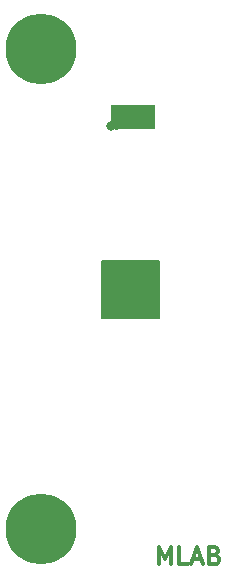
<source format=gbr>
%TF.GenerationSoftware,KiCad,Pcbnew,6.0.11+dfsg-1~bpo11+1*%
%TF.CreationDate,2023-06-15T01:02:04+00:00*%
%TF.ProjectId,PINHOLDER01,50494e48-4f4c-4444-9552-30312e6b6963,01A*%
%TF.SameCoordinates,Original*%
%TF.FileFunction,Copper,L1,Top*%
%TF.FilePolarity,Positive*%
%FSLAX46Y46*%
G04 Gerber Fmt 4.6, Leading zero omitted, Abs format (unit mm)*
G04 Created by KiCad (PCBNEW 6.0.11+dfsg-1~bpo11+1) date 2023-06-15 01:02:04*
%MOMM*%
%LPD*%
G01*
G04 APERTURE LIST*
%ADD10C,0.300000*%
%TA.AperFunction,NonConductor*%
%ADD11C,0.300000*%
%TD*%
%TA.AperFunction,ComponentPad*%
%ADD12C,6.000000*%
%TD*%
%TA.AperFunction,SMDPad,CuDef*%
%ADD13C,0.509900*%
%TD*%
%TA.AperFunction,SMDPad,CuDef*%
%ADD14R,3.800000X2.000000*%
%TD*%
%TA.AperFunction,ViaPad*%
%ADD15C,0.800000*%
%TD*%
%TA.AperFunction,Conductor*%
%ADD16C,0.400000*%
%TD*%
G04 APERTURE END LIST*
D10*
D11*
X9995168Y-43665170D02*
X9995168Y-42165170D01*
X10495168Y-43236599D01*
X10995168Y-42165170D01*
X10995168Y-43665170D01*
X12423739Y-43665170D02*
X11709453Y-43665170D01*
X11709453Y-42165170D01*
X12852310Y-43236599D02*
X13566596Y-43236599D01*
X12709453Y-43665170D02*
X13209453Y-42165170D01*
X13709453Y-43665170D01*
X14709453Y-42879456D02*
X14923739Y-42950884D01*
X14995168Y-43022313D01*
X15066596Y-43165170D01*
X15066596Y-43379456D01*
X14995168Y-43522313D01*
X14923739Y-43593741D01*
X14780882Y-43665170D01*
X14209453Y-43665170D01*
X14209453Y-42165170D01*
X14709453Y-42165170D01*
X14852310Y-42236599D01*
X14923739Y-42308027D01*
X14995168Y-42450884D01*
X14995168Y-42593741D01*
X14923739Y-42736599D01*
X14852310Y-42808027D01*
X14709453Y-42879456D01*
X14209453Y-42879456D01*
D12*
%TO.P,M3,1*%
%TO.N,GND*%
X0Y0D03*
%TD*%
%TO.P,M4,1*%
%TO.N,GND*%
X0Y-40640000D03*
%TD*%
D13*
%TO.P,TP1,1,1*%
%TO.N,/circle_0*%
X6574821Y-20408854D03*
%TD*%
D14*
%TO.P,TP2,1,1*%
%TO.N,Net-(J1-Pad3)*%
X7824821Y-5808854D03*
%TD*%
D15*
%TO.N,/circle_0*%
X9624821Y-18308854D03*
%TO.N,Net-(J1-Pad3)*%
X5924821Y-6508854D03*
%TD*%
D16*
%TO.N,Net-(J1-Pad3)*%
X6774821Y-6208854D02*
X6374821Y-6608854D01*
X5924821Y-6508854D02*
X7124821Y-6508854D01*
%TD*%
%TA.AperFunction,Conductor*%
%TO.N,/circle_0*%
G36*
X10016942Y-17928856D02*
G01*
X10063435Y-17982512D01*
X10074821Y-18034854D01*
X10074821Y-22782854D01*
X10054819Y-22850975D01*
X10001163Y-22897468D01*
X9948821Y-22908854D01*
X5200821Y-22908854D01*
X5132700Y-22888852D01*
X5086207Y-22835196D01*
X5074821Y-22782854D01*
X5074821Y-18034854D01*
X5094823Y-17966733D01*
X5148479Y-17920240D01*
X5200821Y-17908854D01*
X9948821Y-17908854D01*
X10016942Y-17928856D01*
G37*
%TD.AperFunction*%
%TD*%
M02*

</source>
